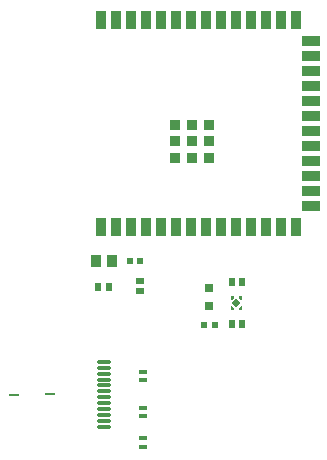
<source format=gtp>
G04*
G04 #@! TF.GenerationSoftware,Altium Limited,Altium Designer,23.9.2 (47)*
G04*
G04 Layer_Color=8421504*
%FSLAX44Y44*%
%MOMM*%
G71*
G04*
G04 #@! TF.SameCoordinates,5FA424B9-A6D8-4F7E-AE3D-71B40F287457*
G04*
G04*
G04 #@! TF.FilePolarity,Positive*
G04*
G01*
G75*
%ADD15R,0.7000X0.4000*%
%ADD16O,1.2000X0.3000*%
%ADD17O,1.0000X0.2000*%
%ADD18R,0.9000X1.5000*%
G04:AMPARAMS|DCode=19|XSize=0.49mm|YSize=0.49mm|CornerRadius=0.065mm|HoleSize=0mm|Usage=FLASHONLY|Rotation=135.000|XOffset=0mm|YOffset=0mm|HoleType=Round|Shape=RoundedRectangle|*
%AMROUNDEDRECTD19*
21,1,0.4900,0.3600,0,0,135.0*
21,1,0.3600,0.4900,0,0,135.0*
1,1,0.1300,0.0000,0.2546*
1,1,0.1300,0.2546,0.0000*
1,1,0.1300,0.0000,-0.2546*
1,1,0.1300,-0.2546,0.0000*
%
%ADD19ROUNDEDRECTD19*%
%ADD20C,0.2000*%
G04:AMPARAMS|DCode=21|XSize=0.55mm|YSize=0.5mm|CornerRadius=0.0625mm|HoleSize=0mm|Usage=FLASHONLY|Rotation=90.000|XOffset=0mm|YOffset=0mm|HoleType=Round|Shape=RoundedRectangle|*
%AMROUNDEDRECTD21*
21,1,0.5500,0.3750,0,0,90.0*
21,1,0.4250,0.5000,0,0,90.0*
1,1,0.1250,0.1875,0.2125*
1,1,0.1250,0.1875,-0.2125*
1,1,0.1250,-0.1875,-0.2125*
1,1,0.1250,-0.1875,0.2125*
%
%ADD21ROUNDEDRECTD21*%
%ADD22R,0.6000X0.6400*%
%ADD23R,0.8000X0.8000*%
%ADD24R,0.9000X1.0000*%
%ADD25R,0.6400X0.6000*%
%ADD26R,0.9000X0.9000*%
%ADD27R,1.5000X0.9000*%
G36*
X481060Y566060D02*
X481060Y564310D01*
X480810Y564060D01*
X479060D01*
X478810Y564310D01*
Y568060D01*
X479060D01*
X481060Y566060D01*
D02*
G37*
G36*
X487810Y564310D02*
X487560Y564060D01*
X485810D01*
X485560Y564310D01*
X485560Y566060D01*
X487060Y567560D01*
X487810Y567560D01*
Y564310D01*
D02*
G37*
G36*
X481060Y576310D02*
X481060Y574560D01*
X479560Y573060D01*
X478810D01*
X478810Y576310D01*
X479060Y576560D01*
X480810D01*
X481060Y576310D01*
D02*
G37*
G36*
X487810Y576310D02*
Y573060D01*
X487060D01*
X485560Y574560D01*
X485560Y576310D01*
X485810Y576560D01*
X487560D01*
X487810Y576310D01*
D02*
G37*
D15*
X403860Y481330D02*
D03*
X403860Y504810D02*
D03*
X403860Y474330D02*
D03*
X403860Y511810D02*
D03*
X403860Y455620D02*
D03*
Y448620D02*
D03*
D16*
X371598Y520460D02*
D03*
Y510460D02*
D03*
Y505460D02*
D03*
Y500460D02*
D03*
X371598Y495460D02*
D03*
Y490460D02*
D03*
X371598Y485460D02*
D03*
Y480460D02*
D03*
Y475460D02*
D03*
Y515460D02*
D03*
Y470460D02*
D03*
Y465460D02*
D03*
D17*
X325797Y492960D02*
D03*
X294797Y492710D02*
D03*
D18*
X520970Y634860D02*
D03*
X533670Y634860D02*
D03*
X368570Y634860D02*
D03*
X381270D02*
D03*
X393970D02*
D03*
X406670Y634860D02*
D03*
X419370Y634860D02*
D03*
X432070D02*
D03*
X444770D02*
D03*
X457470D02*
D03*
X470170Y634860D02*
D03*
X482870Y634860D02*
D03*
X495570D02*
D03*
X508270D02*
D03*
X533670Y809860D02*
D03*
X520970Y809860D02*
D03*
X508270D02*
D03*
X495570Y809860D02*
D03*
X482870Y809860D02*
D03*
X470170Y809860D02*
D03*
X457470Y809860D02*
D03*
X444770D02*
D03*
X432070Y809860D02*
D03*
X419370Y809860D02*
D03*
X406670Y809860D02*
D03*
X393970Y809860D02*
D03*
X381270D02*
D03*
X368570Y809860D02*
D03*
D19*
X483310Y570310D02*
D03*
D20*
X480060Y565310D02*
D03*
X486560D02*
D03*
X486560Y575310D02*
D03*
X480060Y575310D02*
D03*
D21*
X464950Y551260D02*
D03*
X455950Y551260D02*
D03*
X393010Y605790D02*
D03*
X402010D02*
D03*
D22*
X479500Y552267D02*
D03*
X488300D02*
D03*
X479590Y588353D02*
D03*
X488390Y588353D02*
D03*
X375240Y584200D02*
D03*
X366440D02*
D03*
D23*
X460450Y583010D02*
D03*
Y568010D02*
D03*
D24*
X364490Y605790D02*
D03*
X377990D02*
D03*
D25*
X401320Y589190D02*
D03*
Y580390D02*
D03*
D26*
X445770Y707360D02*
D03*
X445770Y693360D02*
D03*
Y721360D02*
D03*
X459770Y693360D02*
D03*
X459770Y707360D02*
D03*
X459770Y721360D02*
D03*
X431770Y693360D02*
D03*
Y707360D02*
D03*
Y721360D02*
D03*
D27*
X546170Y652510D02*
D03*
Y665210D02*
D03*
Y677910D02*
D03*
Y690610D02*
D03*
Y703310D02*
D03*
Y716010D02*
D03*
Y728710D02*
D03*
Y741410D02*
D03*
Y754110D02*
D03*
X546170Y766810D02*
D03*
X546170Y779510D02*
D03*
X546170Y792210D02*
D03*
M02*

</source>
